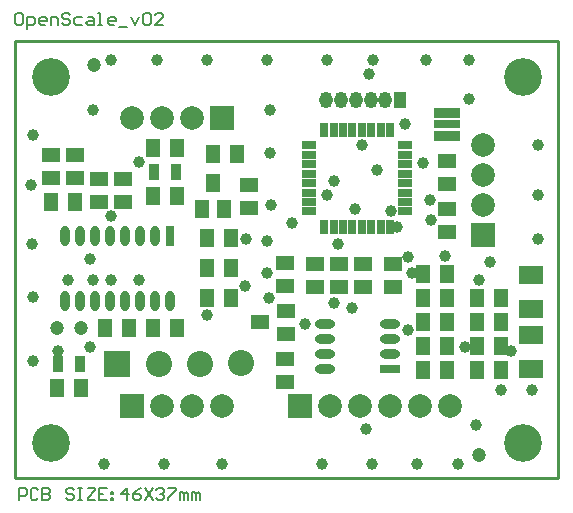
<source format=gts>
%FSLAX43Y43*%
%MOMM*%
G71*
G01*
G75*
G04 Layer_Color=8388736*
%ADD10R,0.700X1.200*%
%ADD11R,2.050X0.700*%
%ADD12R,2.050X0.500*%
%ADD13O,1.500X0.600*%
%ADD14R,1.500X0.600*%
%ADD15R,1.800X1.300*%
%ADD16O,0.600X1.500*%
%ADD17R,0.600X1.500*%
%ADD18R,0.450X1.075*%
%ADD19R,1.075X0.450*%
%ADD20C,1.000*%
%ADD21R,1.400X1.000*%
%ADD22R,1.000X1.400*%
%ADD23R,1.400X1.000*%
%ADD24R,1.000X1.400*%
%ADD25C,1.000*%
%ADD26C,0.305*%
%ADD27C,0.300*%
%ADD28C,0.500*%
%ADD29C,0.200*%
%ADD30C,0.254*%
%ADD31O,0.900X1.200*%
%ADD32R,0.900X1.200*%
%ADD33C,1.800*%
%ADD34R,1.800X1.800*%
%ADD35R,1.800X1.800*%
%ADD36C,3.000*%
%ADD37C,2.000*%
%ADD38R,2.000X2.000*%
%ADD39C,0.800*%
%ADD40C,0.600*%
%ADD41C,0.250*%
%ADD42C,0.150*%
%ADD43C,0.100*%
%ADD44C,0.152*%
%ADD45R,0.903X1.403*%
%ADD46R,2.253X0.903*%
%ADD47R,2.253X0.703*%
%ADD48O,1.703X0.803*%
%ADD49R,1.703X0.803*%
%ADD50R,2.003X1.503*%
%ADD51O,0.803X1.703*%
%ADD52R,0.803X1.703*%
%ADD53R,0.653X1.278*%
%ADD54R,1.278X0.653*%
%ADD55C,1.203*%
%ADD56R,1.603X1.203*%
%ADD57R,1.203X1.603*%
%ADD58R,1.603X1.203*%
%ADD59R,1.203X1.603*%
%ADD60O,1.103X1.403*%
%ADD61R,1.103X1.403*%
%ADD62C,2.003*%
%ADD63R,2.003X2.003*%
%ADD64R,2.003X2.003*%
%ADD65C,3.203*%
%ADD66C,2.203*%
%ADD67R,2.203X2.203*%
%ADD68C,1.003*%
D29*
X300Y-1800D02*
Y-800D01*
X800D01*
X966Y-967D01*
Y-1300D01*
X800Y-1467D01*
X300D01*
X1966Y-967D02*
X1800Y-800D01*
X1466D01*
X1300Y-967D01*
Y-1633D01*
X1466Y-1800D01*
X1800D01*
X1966Y-1633D01*
X2299Y-800D02*
Y-1800D01*
X2799D01*
X2966Y-1633D01*
Y-1467D01*
X2799Y-1300D01*
X2299D01*
X2799D01*
X2966Y-1134D01*
Y-967D01*
X2799Y-800D01*
X2299D01*
X4965Y-967D02*
X4799Y-800D01*
X4465D01*
X4299Y-967D01*
Y-1134D01*
X4465Y-1300D01*
X4799D01*
X4965Y-1467D01*
Y-1633D01*
X4799Y-1800D01*
X4465D01*
X4299Y-1633D01*
X5298Y-800D02*
X5632D01*
X5465D01*
Y-1800D01*
X5298D01*
X5632D01*
X6131Y-800D02*
X6798D01*
Y-967D01*
X6131Y-1633D01*
Y-1800D01*
X6798D01*
X7798Y-800D02*
X7131D01*
Y-1800D01*
X7798D01*
X7131Y-1300D02*
X7464D01*
X8131Y-1134D02*
X8297D01*
Y-1300D01*
X8131D01*
Y-1134D01*
Y-1633D02*
X8297D01*
Y-1800D01*
X8131D01*
Y-1633D01*
X9464Y-1800D02*
Y-800D01*
X8964Y-1300D01*
X9630D01*
X10630Y-800D02*
X10297Y-967D01*
X9964Y-1300D01*
Y-1633D01*
X10130Y-1800D01*
X10463D01*
X10630Y-1633D01*
Y-1467D01*
X10463Y-1300D01*
X9964D01*
X10963Y-800D02*
X11630Y-1800D01*
Y-800D02*
X10963Y-1800D01*
X11963Y-967D02*
X12130Y-800D01*
X12463D01*
X12629Y-967D01*
Y-1134D01*
X12463Y-1300D01*
X12296D01*
X12463D01*
X12629Y-1467D01*
Y-1633D01*
X12463Y-1800D01*
X12130D01*
X11963Y-1633D01*
X12963Y-800D02*
X13629D01*
Y-967D01*
X12963Y-1633D01*
Y-1800D01*
X13962D02*
Y-1134D01*
X14129D01*
X14295Y-1300D01*
Y-1800D01*
Y-1300D01*
X14462Y-1134D01*
X14629Y-1300D01*
Y-1800D01*
X14962D02*
Y-1134D01*
X15129D01*
X15295Y-1300D01*
Y-1800D01*
Y-1300D01*
X15462Y-1134D01*
X15628Y-1300D01*
Y-1800D01*
X500Y39400D02*
X167D01*
X0Y39233D01*
Y38567D01*
X167Y38400D01*
X500D01*
X666Y38567D01*
Y39233D01*
X500Y39400D01*
X1000Y38067D02*
Y39066D01*
X1500D01*
X1666Y38900D01*
Y38567D01*
X1500Y38400D01*
X1000D01*
X2499D02*
X2166D01*
X1999Y38567D01*
Y38900D01*
X2166Y39066D01*
X2499D01*
X2666Y38900D01*
Y38733D01*
X1999D01*
X2999Y38400D02*
Y39066D01*
X3499D01*
X3665Y38900D01*
Y38400D01*
X4665Y39233D02*
X4499Y39400D01*
X4165D01*
X3999Y39233D01*
Y39066D01*
X4165Y38900D01*
X4499D01*
X4665Y38733D01*
Y38567D01*
X4499Y38400D01*
X4165D01*
X3999Y38567D01*
X5665Y39066D02*
X5165D01*
X4998Y38900D01*
Y38567D01*
X5165Y38400D01*
X5665D01*
X6165Y39066D02*
X6498D01*
X6665Y38900D01*
Y38400D01*
X6165D01*
X5998Y38567D01*
X6165Y38733D01*
X6665D01*
X6998Y38400D02*
X7331D01*
X7164D01*
Y39400D01*
X6998D01*
X8331Y38400D02*
X7997D01*
X7831Y38567D01*
Y38900D01*
X7997Y39066D01*
X8331D01*
X8497Y38900D01*
Y38733D01*
X7831D01*
X8830Y38233D02*
X9497D01*
X9830Y39066D02*
X10163Y38400D01*
X10497Y39066D01*
X10830Y39233D02*
X10996Y39400D01*
X11330D01*
X11496Y39233D01*
Y38567D01*
X11330Y38400D01*
X10996D01*
X10830Y38567D01*
Y39233D01*
X12496Y38400D02*
X11830D01*
X12496Y39066D01*
Y39233D01*
X12329Y39400D01*
X11996D01*
X11830Y39233D01*
D30*
X0Y37000D02*
X46000D01*
Y0D02*
Y37000D01*
X0Y0D02*
X46000D01*
X0D02*
Y37000D01*
D45*
X5522Y9652D02*
D03*
X3622D02*
D03*
X13650Y25908D02*
D03*
X11750D02*
D03*
D46*
X36576Y29022D02*
D03*
Y30922D02*
D03*
D47*
Y29972D02*
D03*
D48*
X26206Y13081D02*
D03*
Y11811D02*
D03*
Y10541D02*
D03*
Y9271D02*
D03*
X31706Y13081D02*
D03*
Y11811D02*
D03*
Y10541D02*
D03*
D49*
Y9271D02*
D03*
D50*
X43688Y14298D02*
D03*
Y17198D02*
D03*
Y12118D02*
D03*
Y9218D02*
D03*
D51*
X13081Y15030D02*
D03*
X11811D02*
D03*
X4191D02*
D03*
Y20530D02*
D03*
X11811D02*
D03*
X10541D02*
D03*
X9271D02*
D03*
X8001D02*
D03*
X6731D02*
D03*
X5461D02*
D03*
X10541Y15030D02*
D03*
X9271D02*
D03*
X8001D02*
D03*
X6731D02*
D03*
X5461D02*
D03*
D52*
X13081Y20530D02*
D03*
D53*
X31756Y21312D02*
D03*
X30956D02*
D03*
X30156D02*
D03*
X29356D02*
D03*
X28556D02*
D03*
X27756D02*
D03*
X26956D02*
D03*
X26156D02*
D03*
Y29487D02*
D03*
X26956D02*
D03*
X27756D02*
D03*
X28556D02*
D03*
X29356D02*
D03*
X30156D02*
D03*
X30956D02*
D03*
X31756D02*
D03*
D54*
X24868Y22600D02*
D03*
Y23400D02*
D03*
Y24200D02*
D03*
Y25000D02*
D03*
Y25800D02*
D03*
Y26600D02*
D03*
Y27400D02*
D03*
Y28200D02*
D03*
X33043D02*
D03*
Y27400D02*
D03*
Y26600D02*
D03*
Y25800D02*
D03*
Y25000D02*
D03*
Y24200D02*
D03*
Y23400D02*
D03*
Y22600D02*
D03*
D55*
X3556Y12700D02*
D03*
X5588D02*
D03*
X6700Y35000D02*
D03*
X39300Y2000D02*
D03*
D56*
X19812Y22876D02*
D03*
Y24876D02*
D03*
X29464Y18180D02*
D03*
Y16180D02*
D03*
X22860Y18272D02*
D03*
Y16272D02*
D03*
Y8144D02*
D03*
Y10144D02*
D03*
X32004Y18180D02*
D03*
Y16180D02*
D03*
X3048Y27416D02*
D03*
Y25416D02*
D03*
X5080D02*
D03*
Y27416D02*
D03*
X9144Y23384D02*
D03*
Y25384D02*
D03*
X27432Y18180D02*
D03*
Y16180D02*
D03*
X7112Y25384D02*
D03*
Y23384D02*
D03*
X25400Y18180D02*
D03*
Y16180D02*
D03*
X36576Y24908D02*
D03*
Y26908D02*
D03*
Y20844D02*
D03*
Y22844D02*
D03*
D57*
X36560Y11176D02*
D03*
X34560D02*
D03*
Y15240D02*
D03*
X36560D02*
D03*
X39132Y11176D02*
D03*
X41132D02*
D03*
X36560Y17272D02*
D03*
X34560D02*
D03*
X11700Y12700D02*
D03*
X13700D02*
D03*
X11700Y23876D02*
D03*
X13700D02*
D03*
X39132Y15240D02*
D03*
X41132D02*
D03*
Y13208D02*
D03*
X39132D02*
D03*
X41132Y9144D02*
D03*
X39132D02*
D03*
X34560Y13208D02*
D03*
X36560D02*
D03*
Y9144D02*
D03*
X34560D02*
D03*
X7636Y12700D02*
D03*
X9636D02*
D03*
X3572Y7620D02*
D03*
X5572D02*
D03*
X16272Y17780D02*
D03*
X18272D02*
D03*
Y15240D02*
D03*
X16272D02*
D03*
Y20320D02*
D03*
X18272D02*
D03*
X3064Y23368D02*
D03*
X5064D02*
D03*
X11700Y27940D02*
D03*
X13700D02*
D03*
X16780Y27432D02*
D03*
X18780D02*
D03*
D58*
X22944Y12258D02*
D03*
Y14158D02*
D03*
X20744Y13208D02*
D03*
D59*
X15814Y22776D02*
D03*
X17714D02*
D03*
X16764Y24976D02*
D03*
D60*
X26339Y32004D02*
D03*
X31339D02*
D03*
X30089D02*
D03*
X28839D02*
D03*
X27589D02*
D03*
D61*
X32589D02*
D03*
D62*
X17526Y6096D02*
D03*
X14986D02*
D03*
X12446D02*
D03*
X39624Y28194D02*
D03*
Y25654D02*
D03*
Y23114D02*
D03*
X26670Y6096D02*
D03*
X29210D02*
D03*
X31750D02*
D03*
X34290D02*
D03*
X36830D02*
D03*
X14986Y30480D02*
D03*
X12446D02*
D03*
X9906D02*
D03*
D63*
X9906Y6096D02*
D03*
X24130Y6096D02*
D03*
X17526Y30480D02*
D03*
D64*
X39624Y20574D02*
D03*
D65*
X3000Y3000D02*
D03*
X43000D02*
D03*
Y34000D02*
D03*
X3000D02*
D03*
D66*
X12136Y9652D02*
D03*
X15636D02*
D03*
X19136Y9752D02*
D03*
D67*
X8636Y9652D02*
D03*
D68*
X30000Y34200D02*
D03*
X33300Y18700D02*
D03*
X6600Y31200D02*
D03*
X1500Y29100D02*
D03*
X44250Y20250D02*
D03*
Y24000D02*
D03*
Y28250D02*
D03*
X19500Y16250D02*
D03*
X17500Y1250D02*
D03*
X37500D02*
D03*
X34000D02*
D03*
X30250D02*
D03*
X26000D02*
D03*
X21500Y15250D02*
D03*
X21300Y17400D02*
D03*
X8100Y22200D02*
D03*
X30600Y26100D02*
D03*
X26400Y24000D02*
D03*
Y35400D02*
D03*
X8100D02*
D03*
X12000D02*
D03*
X16200D02*
D03*
X21300D02*
D03*
X6300Y18600D02*
D03*
X39000Y4500D02*
D03*
X41100Y7500D02*
D03*
X29700Y4200D02*
D03*
X12600Y1200D02*
D03*
X7500D02*
D03*
X29400Y28200D02*
D03*
X19550Y20300D02*
D03*
X24500Y13050D02*
D03*
X1525Y15350D02*
D03*
X21675Y23100D02*
D03*
X21550Y31200D02*
D03*
Y27575D02*
D03*
X10525Y26800D02*
D03*
X38100Y11100D02*
D03*
X8100Y16800D02*
D03*
X6600Y16800D02*
D03*
X16200Y13800D02*
D03*
X3600Y10800D02*
D03*
X33300Y12600D02*
D03*
X34500Y26700D02*
D03*
X35100Y23600D02*
D03*
X33600Y17400D02*
D03*
X27300Y19800D02*
D03*
X21300Y20100D02*
D03*
X36400Y18800D02*
D03*
X28500Y14400D02*
D03*
X32300Y21300D02*
D03*
X35200Y21900D02*
D03*
X27000Y14848D02*
D03*
Y25200D02*
D03*
X31800Y22631D02*
D03*
X28800Y22800D02*
D03*
X39300Y16800D02*
D03*
X40200Y18300D02*
D03*
X33000Y30000D02*
D03*
X1300Y24875D02*
D03*
X1425Y19800D02*
D03*
X1500Y9900D02*
D03*
X4500Y16800D02*
D03*
X10500D02*
D03*
X34800Y35400D02*
D03*
X38400D02*
D03*
Y32100D02*
D03*
X43800Y7500D02*
D03*
X42000Y10800D02*
D03*
X23400Y21600D02*
D03*
X30300Y35400D02*
D03*
X6300Y11100D02*
D03*
M02*

</source>
